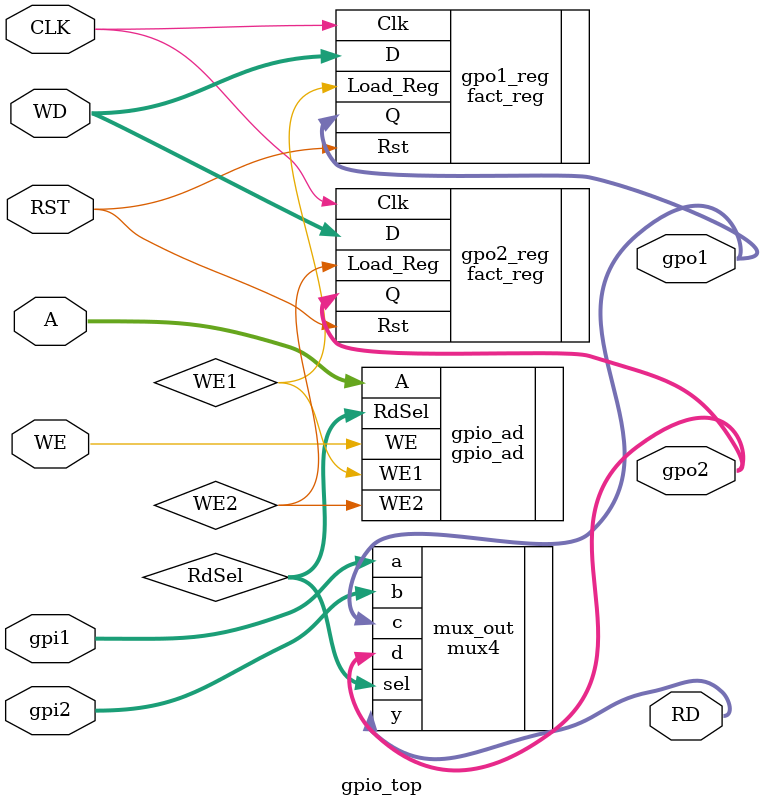
<source format=v>
module gpio_top#(parameter WIDTH=32)(
        input wire [1:0] A,
        input wire       WE,
        input wire [WIDTH -1:0] gpi1, //gpi1 not L or I
        input wire [WIDTH -1:0] gpi2,
        input wire [WIDTH -1:0] WD,
        input wire      RST,
        input wire      CLK,
        output wire [WIDTH -1:0] RD,
        output wire [WIDTH -1:0] gpo1,
        output wire [WIDTH -1:0] gpo2
    );
    
    wire WE1;
    wire WE2;
    wire [1:0] RdSel;
    
    
    gpio_ad  gpio_ad(
        .A (A),
        .WE (WE),
        .WE1 (WE1),
        .WE2 (WE2),
        .RdSel (RdSel)
    );
    //gpo1
    fact_reg #(32) gpo1_reg(
        .Clk(CLK),
        .Rst(RST),
        .D(WD),
        .Load_Reg(WE1),
        .Q(gpo1)
        );
        //gpo2
     fact_reg #(32) gpo2_reg(
            .Clk(CLK),
            .Rst(RST),
            .D(WD),
            .Load_Reg(WE2),
            .Q(gpo2)
      );
    mux4 #(32) mux_out(
        .sel(RdSel),
        .a  (gpi1),
        .b  (gpi2),
        .c  (gpo1),
        .d  (gpo2),
        .y  (RD)   
    );
    
    
    
    
endmodule

</source>
